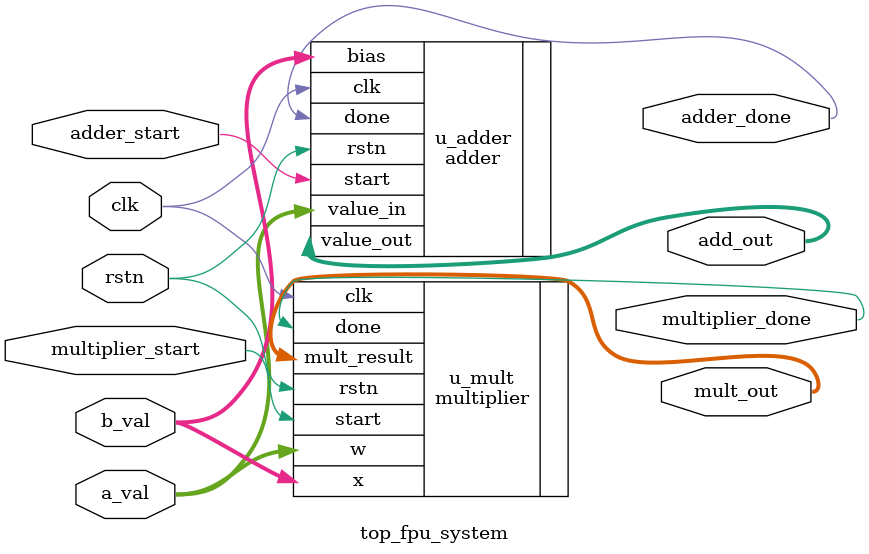
<source format=v>
`timescale 1ns / 1ps

module top_fpu_system #(
    parameter DATA_WIDTH = 32
)(
    input clk,
    input rstn,

    // Adder/Multiplier interface
    input [DATA_WIDTH-1:0] a_val,
    input [DATA_WIDTH-1:0] b_val,
    output [DATA_WIDTH-1:0] add_out,
    output [DATA_WIDTH-1:0] mult_out,
    input adder_start,
    input multiplier_start,
    output adder_done,
    output multiplier_done
);

    // --- Adder ---
    adder u_adder (
        .clk(clk),
        .rstn(rstn),
        .start(adder_start),
        .done(adder_done),
        .value_in(a_val),
        .bias(b_val),
        .value_out(add_out)
    );

    // --- Multiplier ---
    multiplier u_mult (
        .clk(clk),
        .rstn(rstn),
        .start(multiplier_start),
        .done(multiplier_done),
        .w(a_val),
        .x(b_val),
        .mult_result(mult_out)
    );

endmodule

</source>
